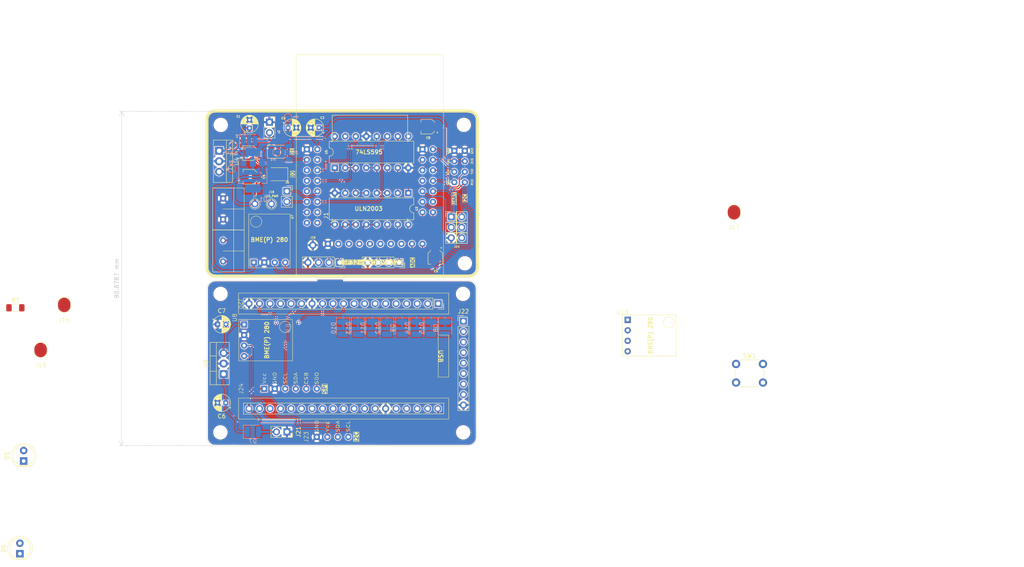
<source format=kicad_pcb>
(kicad_pcb (version 20240108) (generator "pcbnew") (generator_version "8.0")
  (layers (0 "F.Cu" signal) (31 "B.Cu" signal) (34 "B.Paste" user) (35 "F.Paste" user) (36 "B.SilkS" user "B.Silkscreen") (37 "F.SilkS" user "F.Silkscreen") (38 "B.Mask" user) (39 "F.Mask" user) (44 "Edge.Cuts" user))
  (net 0 "")
  (net 1 "GND")
  (net 2 "+3V3")
  (net 3 "+5V")
  (net 4 "/RXD")
  (net 5 "/TXD")
  (net 6 "/SDA")
  (net 7 "/GPIO_33")
  (net 8 "/SCL")
  (net 9 "/OUT3")
  (net 10 "/EN")
  (net 11 "/SOURCE2")
  (net 12 "/SOURCE1")
  (net 13 "/SOURCE3")
  (net 14 "/VDC")
  (net 15 "/DAC1")
  (net 16 "/DAC2")
  (net 17 "/GPIO39")
  (net 18 "/GPIO19")
  (net 19 "/GPIO17")
  (net 20 "/GPIO5")
  (net 21 "/GPIO18")
  (net 22 "/SD_DATA0")
  (net 23 "/ADC2_CH3")
  (net 24 "/SD_DATA3")
  (net 25 "/SD_CMD")
  (net 26 "/SD_CLK")
  (net 27 "/SD_DATA2")
  (net 28 "/SD_DATA1")
  (net 29 "/ADC2_CH0")
  (net 30 "/GPIO23")
  (net 31 "/GPIO36")
  (net 32 "/ADC2_CH2")
  (net 33 "/BOOT")
  (net 34 "/GPIO13")
  (net 35 "/SOURCE4")
  (net 36 "/SOURCE5")
  (net 37 "/SIPO_DATA")
  (net 38 "/SIPO_CLK")
  (net 40 "/SIPO_LATCH")
  (net 41 "/GPIO14")
  (net 43 "/I3")
  (net 44 "/I6")
  (net 45 "/I7")
  (net 46 "/I5")
  (net 47 "/OUT1")
  (net 48 "/VIN")
  (net 49 "/I1")
  (net 52 "Net-(D5-Pad1)")
  (net 53 "Net-(J15-Pin_1)")
  (net 54 "Net-(J19-Pin_1)")
  (net 55 "/OUT2")
  (net 67 "/RX")
  (net 72 "/TX")
  (net 83 "/SCL-2")
  (net 84 "/SDA-2")
  (net 85 "/QB-2")
  (net 86 "/QC-2")
  (net 87 "/QE-2")
  (net 88 "/QA-2")
  (net 89 "/QD-2")
  (net 90 "/QG-2")
  (net 91 "/QH-2")
  (net 92 "/QF-2")
  (net 93 "/O8")
  (net 94 "/O3")
  (net 95 "/O5")
  (net 96 "/O7")
  (net 97 "/O1")
  (net 98 "/O4")
  (net 99 "/O2")
  (net 100 "/O6")
  (net 101 "/SPI-SDO")
  (net 102 "/SPI-CSB")
  (net 103 "/SPI-SCL")
  (net 104 "/SPI-SDA")
  (net 105 "/D23")
  (net 106 "/D18")
  (footprint "Capacitor_THT:CP_Radial_D4.0mm_P2.00mm" (layer "F.Cu") (at 107 44.2 180)
    (property "Reference" "C2")
    (property "Value" "1uF")
  )
  (footprint "LED_SMD:LED_1210_3225Metric_Pad1.42x2.65mm_HandSolder" (layer "F.Cu") (at 97 55.45 180)
    (property "Reference" "D2")
    (property "Value" "STATUS")
  )
  (footprint "Capacitor_SMD:CP_Elec_3x5.3" (layer "F.Cu") (at 90.3 50.35 180)
    (property "Reference" "C4")
    (property "Value" "0.1uF")
  )
  (footprint "Resistor_SMD:R_1206_3216Metric_Pad1.30x1.75mm_HandSolder" (layer "F.Cu") (at 33.612 87.7585)
    (property "Reference" "R7")
    (property "Value" "4K7")
  )
  (footprint "LED_THT:LED_D5.0mm" (layer "F.Cu") (at 34.7 147.25 90)
    (property "Reference" "D6")
    (property "Value" "LED_STATUS")
  )
  (footprint "Button_Switch_THT:SW_PUSH_6mm" (layer "F.Cu") (at 207.8 101.35)
    (property "Reference" "SW1")
    (property "Value" "SW_Push")
  )
  (footprint "Alexander Footprint Library:Pad_1x01_P2.54_SMD" (layer "F.Cu") (at 39.712 102.098)
    (property "Reference" "J19")
    (property "Value" "LED_PWR")
  )
  (footprint "Alexanddr Footprints Library:ESP32-WROOM-Adapter-Socket-2" (layer "F.Cu") (at 119.3 57.04)
    (property "Reference" "J1")
    (property "Value" "~")
  )
  (footprint "Alexander Footprint Library:Pad_1x01_P2.54_SMD" (layer "F.Cu") (at 45.412 91.198)
    (property "Reference" "J15")
    (property "Value" "LED_PWR")
  )
  (footprint "MountingHole:MountingHole_3mm" (layer "F.Cu") (at 142 43.5)
    (property "Reference" "H1" (hide yes))
    (property "Value" "MountingHole_Pad")
  )
  (footprint "Connector_PinSocket_2.54mm:PinSocket_1x02_P2.54mm_Vertical" (layer "F.Cu") (at 99.25 117.775 -90)
    (property "Reference" "J21")
    (property "Value" "PWR")
  )
  (footprint "MountingHole:MountingHole_3mm" (layer "F.Cu") (at 83.25 43.53)
    (property "Reference" "H2" (hide yes))
    (property "Value" "MountingHole_Pad")
  )
  (footprint "Package_DIP:DIP-16_W7.62mm" (layer "F.Cu") (at 128.58 60 -90)
    (property "Reference" "U3")
    (property "Value" "ULN2003")
  )
  (footprint "Alexander Footprints Library:Conn_Terminal_5mm" (layer "F.Cu") (at 83.82 53.69)
    (property "Reference" "J9" (hide yes))
    (property "Value" "Conn_01x02_Socket")
  )
  (footprint "Alexander Footprint Library:Pad_1x01_P2.54_SMD" (layer "F.Cu") (at 207.3 68.7895)
    (property "Reference" "J17")
    (property "Value" "GND")
  )
  (footprint "MountingHole:MountingHole_3mm" (layer "F.Cu") (at 141.85 117.9)
    (property "Reference" "H4" (hide yes))
    (property "Value" "MountingHole_Pad")
  )
  (footprint "Capacitor_THT:CP_Radial_D4.0mm_P2.00mm" (layer "F.Cu") (at 82.5 91.75)
    (property "Reference" "C7")
    (property "Value" "1uF")
  )
  (footprint "Capacitor_SMD:CP_Elec_3x5.3" (layer "F.Cu") (at 90.4 56.05 180)
    (property "Reference" "C9")
    (property "Value" "0.1uF")
  )
  (footprint "Package_DIP:DIP-16_W7.62mm" (layer "F.Cu") (at 110.8 53.9 90)
    (property "Reference" "U5")
    (property "Value" "74LS595")
  )
  (footprint "Alexander Footprint Library:PinSocket_1x01_P2.54" (layer "F.Cu") (at 91.5 65.19)
    (property "Reference" "J7")
    (property "Value" "LED_PWR")
  )
  (footprint "Connector_PinHeader_2.54mm:PinHeader_1x09_P2.54mm_Vertical" (layer "F.Cu") (at 141.9 90.97)
    (property "Reference" "J22")
    (property "Value" "Conn_01x09_Pin")
  )
  (footprint "Alexander Footprint Library:Conn_SPI" (layer "F.Cu") (at 88.68 107.35 90)
    (property "Reference" "J24")
    (property "Value" "~")
  )
  (footprint "Connector_PinSocket_2.54mm:PinSocket_1x02_P2.54mm_Vertical" (layer "F.Cu") (at 95.025 42.85)
    (property "Reference" "J2")
    (property "Value" "PWR")
  )
  (footprint "Connector_PinSocket_2.54mm:PinSocket_1x04_P2.54mm_Vertical" (layer "F.Cu") (at 111.94 76.8 -90)
    (property "Reference" "J6")
    (property "Value" "SOURCE")
  )
  (footprint "MountingHole:MountingHole_3mm" (layer "F.Cu") (at 83.15 117.9)
    (property "Reference" "H4" (hide yes))
    (property "Value" "MountingHole_Pad")
  )
  (footprint "Connector_PinSocket_2.54mm:PinSocket_1x04_P2.54mm_Vertical" (layer "F.Cu") (at 126.38 76.8 -90)
    (property "Reference" "J10" (hide yes))
    (property "Value" "ADC")
  )
  (footprint "Capacitor_SMD:CP_Elec_3x5.3" (layer "F.Cu") (at 135.1 75.45 -90)
    (property "Reference" "C5")
    (property "Value" "0.1uF")
  )
  (footprint "MountingHole:MountingHole_3mm" (layer "F.Cu") (at 141.8 84.4)
    (property "Reference" "H4" (hide yes))
    (property "Value" "MountingHole_Pad")
  )
  (footprint "Capacitor_THT:CP_Radial_D4.0mm_P2.00mm" (layer "F.Cu") (at 99.5 44.2)
    (property "Reference" "C3")
    (property "Value" "1uF")
  )
  (footprint "Alexander Footprint Library:Conn_ESP32_WROOM-DevKit-38pins" (layer "F.Cu") (at 87.54 86.75 -90)
    (property "Reference" "J20")
    (property "Value" "~")
  )
  (footprint "Capacitor_SMD:CP_Elec_3x5.3" (layer "F.Cu") (at 133.4 43.95 180)
    (property "Reference" "C8")
    (property "Value" "10uF")
  )
  (footprint "Alexander Footprint Library:LD1117" (layer "F.Cu") (at 83.945 103.79 90)
    (property "Reference" "U9")
    (property "Value" "L7805")
  )
  (footprint "Alexander Footprint Library:PinSocket_1x01_P2.54" (layer "F.Cu") (at 95.5 65.19)
    (property "Reference" "J18")
    (property "Value" "LED_PWR")
  )
  (footprint "Alexander Footprint Library:Conn_I2C" (layer "F.Cu") (at 98.84 119 90)
    (property "Reference" "J23")
    (property "Value" "I2C")
  )
  (footprint "Capacitor_THT:CP_Radial_D4.0mm_P2.00mm" (layer "F.Cu") (at 84.4726 110.75 180)
    (property "Reference" "C6")
    (property "Value" "1uF")
  )
  (footprint "Alexander Footprint Library:BME280_BMP280_I2C" (layer "F.Cu") (at 180.3 89.45)
    (property "Reference" "U10")
    (property "Value" "BME(P)280")
  )
  (footprint "MountingHole:MountingHole_3mm" (layer "F.Cu") (at 83.2 84.4)
    (property "Reference" "H4" (hide yes))
    (property "Value" "MountingHole_Pad")
  )
  (footprint "Connector_PinSocket_2.54mm:PinSocket_1x02_P2.54mm_Vertical" (layer "F.Cu") (at 99.225 59.55)
    (property "Reference" "J5")
    (property "Value" "DAC")
  )
  (footprint "Alexander Footprint Library:CONN_2x3" (layer "F.Cu") (at 138.96 60.68)
    (property "Reference" "J14")
    (property "Value" "GPIO")
  )
  (footprint "Alexander Footprints Library:Conn_UART" (layer "F.Cu") (at 139.7 42.15)
    (property "Reference" "J3" (hide yes))
    (property "Value" "UART")
  )
  (footprint "Alexander Footprint Library:PinSocket_1x01_P2.54" (layer "F.Cu") (at 105.5 75.19)
    (property "Reference" "J16")
    (property "Value" "GND")
  )
  (footprint "Capacitor_THT:CP_Radial_D4.0mm_P2.00mm" (layer "F.Cu") (at 90.2 44.3 90)
    (property "Reference" "C1")
    (property "Value" "1uF")
  )
  (footprint "Alexander Footprint Library:BME280_BMP280_I2C" (layer "F.Cu") (at 90 78.1 90)
    (property "Reference" "U7")
    (property "Value" "BME(P)280")
  )
  (footprint "Alexander Footprint Library:LD1117" (layer "F.Cu") (at 82.855 49.77 -90)
    (property "Reference" "U4")
    (property "Value" "L7805")
  )
  (footprint "Alexander Footprints Library:Conn_I2C" (layer "F.Cu") (at 142.24 42.15)
    (property "Reference" "J4" (hide yes))
    (property "Value" "I2C")
  )
  (footprint "LED_THT:LED_D5.0mm" (layer "F.Cu") (at 35.612 124.8335 90)
    (property "Reference" "D5")
    (property "Value" "LED_PWR")
  )
  (footprint "Alexander Footprint Library:BME280_BMP280_I2C" (layer "F.Cu") (at 87.6 90.59)
    (property "Reference" "U8")
    (property "Value" "BME(P)280")
  )
  (footprint "LED_SMD:LED_1210_3225Metric_Pad1.42x2.65mm_HandSolder" (layer "F.Cu") (at 97 50)
    (property "Reference" "D1")
    (property "Value" "PWR")
  )
  (footprint "MountingHole:MountingHole_3mm" (layer "F.Cu") (at 142.25 77)
    (property "Reference" "H4" (hide yes))
    (property "Value" "MountingHole_Pad")
  )
  (footprint "Alexander Footprints Library:Conn_Terminal_5mm" (layer "F.Cu") (at 83.82 63.85)
    (property "Reference" "J8" (hide yes))
    (property "Value" "Conn_01x02_Socket")
  )
  (footprint "TestPoint:TestPoint_Pad_D1.5mm" (layer "B.Cu") (at 99.5 41.75 180)
    (property "Reference" "TP4")
    (property "Value" "5V")
  )
  (footprint "LED_SMD:LED_1210_3225Metric_Pad1.42x2.65mm_HandSolder" (layer "B.Cu") (at 127.1 92.65 -90)
    (property "Reference" "D9")
    (property "Value" "PWR")
  )
  (footprint "TestPoint:TestPoint_Pad_D1.5mm" (layer "B.Cu") (at 96.8 50.15 180)
    (property "Reference" "TP3")
    (property "Value" "3V3")
  )
  (footprint "LED_SMD:LED_1210_3225Metric_Pad1.42x2.65mm_HandSolder" (layer "B.Cu") (at 119.9 92.65 -90)
    (property "Reference" "D11")
    (property "Value" "PWR")
  )
  (footprint "Diode_SMD:D_1210_3225Metric" (layer "B.Cu") (at 91 117.75)
    (property "Reference" "D7")
    (property "Value" "D")
  )
  (footprint "LED_SMD:LED_1210_3225Metric_Pad1.42x2.65mm_HandSolder" (layer "B.Cu") (at 134.1 92.65 -90)
    (property "Reference" "D15")
    (property "Value" "PWR")
  )
  (footprint "Resistor_SMD:R_1206_3216Metric_Pad1.30x1.75mm_HandSolder" (layer "B.Cu") (at 99.7 50.25 -90)
    (property "Reference" "R1")
    (property "Value" "10K")
  )
  (footprint "Diode_SMD:D_1210_3225Metric" (layer "B.Cu") (at 90.1 47.4)
    (property "Reference" "D4")
    (property "Value" "D")
  )
  (footprint "LED_SMD:LED_1210_3225Metric_Pad1.42x2.65mm_HandSolder" (layer "B.Cu") (at 130.6 92.65 -90)
    (property "Reference" "D14")
    (property "Value" "PWR")
  )
  (footprint "TestPoint:TestPoint_Pad_D1.5mm" (layer "B.Cu") (at 86.2 48.45 180)
    (property "Reference" "TP1")
    (property "Value" "VIN")
  )
  (footprint "LED_SMD:LED_1210_3225Metric_Pad1.42x2.65mm_HandSolder" (layer "B.Cu") (at 123.5 92.65 -90)
    (property "Reference" "D12")
    (property "Value" "PWR")
  )
  (footprint "TestPoint:TestPoint_Pad_D1.5mm" (layer "B.Cu") (at 85.9 54.15 180)
    (property "Reference" "TP2")
    (property "Value" "GND")
  )
  (footprint "LED_SMD:LED_1210_3225Metric_Pad1.42x2.65mm_HandSolder" (layer "B.Cu") (at 116.4 92.65 -90)
    (property "Reference" "D13")
    (property "Value" "PWR")
  )
  (footprint "LED_SMD:LED_1210_3225Metric_Pad1.42x2.65mm_HandSolder" (layer "B.Cu") (at 112.8 92.65 -90)
    (property "Reference" "D10")
    (property "Value" "PWR")
  )
  (footprint "Package_TO_SOT_SMD:SOT-223-3_TabPin2" (layer "B.Cu") (at 91 55.75 -90)
    (property "Reference" "U1")
    (property "Value" "MAX1726EUK33")
  )
  (footprint "LED_SMD:LED_1210_3225Metric_Pad1.42x2.65mm_HandSolder" (layer "B.Cu") (at 137.5 92.65 -90)
    (property "Reference" "D8")
    (property "Value" "PWR")
  )
  (gr_line (start 145.25 42.11421) (end 145.25 78.085782) (stroke (width 0.75)) (layer "F.SilkS"))
  (gr_line (start 81.914218 40.164218) (end 143.08579 40.164218) (stroke (width 0.75)) (layer "F.SilkS"))
  (gr_arc (start 145.25 78.085782) (mid 144.66422 79.500007) (end 143.25 80.085782) (stroke (width 0.75)) (layer "F.SilkS"))
  (gr_line (start 79.914218 42.11421) (end 79.914218 78.085782) (stroke (width 0.75)) (layer "F.SilkS"))
  (gr_arc (start 81.914218 80.085782) (mid 80.499999 79.500001) (end 79.914218 78.085782) (stroke (width 0.75)) (layer "F.SilkS"))
  (gr_arc (start 143.25 40.25) (mid 144.664214 40.835786) (end 145.25 42.25) (stroke (width 0.75)) (layer "F.SilkS"))
  (gr_arc (start 79.914218 42.164218) (mid 80.499999 40.749999) (end 81.914218 40.164218) (stroke (width 0.75)) (layer "F.SilkS"))
  (gr_line (start 81.914214 80.085782) (end 143.085786 80.085782) (stroke (width 0.75)) (layer "F.SilkS"))
  (gr_line (start 82.014214 80.235786) (end 106.4 80.25) (stroke (width 0.1)) (layer "Edge.Cuts"))
  (gr_line (start 80 42.25) (end 80.014214 78.235786) (stroke (width 0.1)) (layer "Edge.Cuts"))
  (gr_arc (start 79.921321 83.157107) (mid 80.507106 81.742896) (end 81.921321 81.157107) (stroke (width 0.1)) (layer "Edge.Cuts"))
  (gr_line (start 81.921321 121.128679) (end 143.107107 121.142893) (stroke (width 0.1)) (layer "Edge.Cuts"))
  (gr_arc (start 81.921321 121.128679) (mid 80.507101 120.542899) (end 79.921321 119.128679) (stroke (width 0.1)) (layer "Edge.Cuts"))
  (gr_line (start 143.092893 81.157107) (end 113 81.15) (stroke (width 0.1)) (layer "Edge.Cuts"))
  (gr_arc (start 145.107107 119.142893) (mid 144.521321 120.557107) (end 143.107107 121.142893) (stroke (width 0.1)) (layer "Edge.Cuts"))
  (gr_line (start 106.4 81.15) (end 81.921321 81.157107) (stroke (width 0.1)) (layer "Edge.Cuts"))
  (gr_arc (start 143.185786 40.264214) (mid 144.600004 40.849996) (end 145.185786 42.264214) (stroke (width 0.1)) (layer "Edge.Cuts"))
  (gr_line (start 113 80.25) (end 143.185786 80.235786) (stroke (width 0.1)) (layer "Edge.Cuts"))
  (gr_arc (start 82.014214 80.235786) (mid 80.599996 79.650004) (end 80.014214 78.235786) (stroke (width 0.1)) (layer "Edge.Cuts"))
  (gr_line (start 145.185786 42.264214) (end 145.185786 78.235786) (stroke (width 0.1)) (layer "Edge.Cuts"))
  (gr_arc (start 80 42.25) (mid 80.585786 40.835786) (end 82 40.25) (stroke (width 0.1)) (layer "Edge.Cuts"))
  (gr_line (start 145.107107 119.142893) (end 145.092893 83.157107) (stroke (width 0.1)) (layer "Edge.Cuts"))
  (gr_line (start 79.921321 119.128679) (end 79.921321 83.157107) (stroke (width 0.1)) (layer "Edge.Cuts"))
  (gr_line (start 106.4 81.15) (end 106.4 80.25) (stroke (width 0.1)) (layer "Edge.Cuts"))
  (gr_arc (start 145.185786 78.235786) (mid 144.600004 79.650004) (end 143.185786 80.235786) (stroke (width 0.1)) (layer "Edge.Cuts"))
  (gr_arc (start 143.092893 81.157107) (mid 144.507112 81.742888) (end 145.092893 83.157107) (stroke (width 0.1)) (layer "Edge.Cuts"))
  (gr_line (start 113 81.15) (end 113 80.25) (stroke (width 0.1)) (layer "Edge.Cuts"))
  (gr_line (start 143.185786 40.264214) (end 82 40.25) (stroke (width 0.1)) (layer "Edge.Cuts"))
  (gr_text "ADC" (at 130.1 78.05 90) (layer "F.SilkS" knockout) (effects (font (size 0.8 0.8) (thickness 0.2) (bold yes)) (justify left bottom)))
  (gr_text "74LS595" (at 119.057143 50.1 0) (layer "F.SilkS") (effects (font (size 1 1) (thickness 0.2) (bold yes))))
  (gr_text "ULN2003" (at 115.5 64.374 0) (layer "F.SilkS") (effects (font (size 1 1) (thickness 0.2) (bold yes)) (justify left bottom)))
  (dimension (type aligned) (layer "Edge.Cuts") (pts (xy 81.921321 121.128679) (xy 82 40.25)) (height -22.6907) (gr_text "80.8787 mm" (at 58.119973 80.666146 89.94426182) (layer "Edge.Cuts") (effects (font (size 1 1) (thickness 0.15)))) (format (prefix "") (suffix "") (units 3) (units_format 1) (precision 4)) (style (thickness 0.1) (arrow_length 1.27) (text_position_mode 0) (extension_height 0.58642) (extension_offset 0.5) keep_text_aligned))
  (segment (start 84.21 66) (end 83.82 66.39) (width 0.5) (layer "F.Cu") (net 1))
  (segment (start 91.5 59.65) (end 91.9 59.25) (width 0.5) (layer "F.Cu") (net 2))
  (segment (start 90.08 108.57) (end 90.08 112.15) (width 0.5) (layer "F.Cu") (net 2))
  (segment (start 139.7 52.31) (end 138.56 52.31) (width 0.25) (layer "F.Cu") (net 2))
  (segment (start 91.3 107.35) (end 90.08 108.57) (width 0.5) (layer "F.Cu") (net 2))
  (segment (start 91.9 59.25) (end 91.9 56.05) (width 0.5) (layer "F.Cu") (net 2))
  (segment (start 137.2 43.95) (end 134.9 43.95) (width 0.25) (layer "F.Cu") (net 2))
  (segment (start 138.56 52.31) (end 137.6 51.35) (width 0.25) (layer "F.Cu") (net 2))
  (segment (start 93.76 107.35) (end 91.3 107.35) (width 0.5) (layer "F.Cu") (net 2))
  (segment (start 91.5 62.62) (end 91.5 59.65) (width 0.5) (layer "F.Cu") (net 2))
  (segment (start 137.6 51.35) (end 137.6 44.35) (width 0.25) (layer "F.Cu") (net 2))
  (segment (start 137.6 44.35) (end 137.2 43.95) (width 0.25) (layer "F.Cu") (net 2))
  (segment (start 96.075 48.7) (end 97.525 48.7) (width 0.5) (layer "B.Cu") (net 2))
  (segment (start 109.408578 44.2) (end 107 44.2) (width 0.5) (layer "B.Cu") (net 2))
  (segment (start 93.21 115.25) (end 101 115.25) (width 0.5) (layer "B.Cu") (net 2))
  (segment (start 81.3 75.997918) (end 81.3 59.75104) (width 0.5) (layer "B.Cu") (net 2))
  (segment (start 93.3 54.905025) (end 93.3 52.6) (width 0.5) (layer "B.Cu") (net 2))
  (segment (start 100 48.7) (end 100 48.03033) (width 0.5) (layer "B.Cu") (net 2))
  (segment (start 139.13 52.31) (end 139.7 52.31) (width 0.5) (layer "B.Cu") (net 2))
  (segment (start 138.156949 51.906949) (end 138.03 51.78) (width 0.5) (layer "B.Cu") (net 2))
  (segment (start 109 117.5) (end 109 119) (width 0.5) (layer "B.Cu") (net 2))
  (segment (start 106.6 48.627817) (end 106.6 49.299791) (width 0.5) (layer "B.Cu") (net 2))
  (segment (start 84.202081 78.9) (end 89.990883 78.9) (width 0.5) (layer "B.Cu") (net 2))
  (segment (start 109.75 45) (end 109.75 44.141421) (width 0.5) (layer "B.Cu") (net 2))
  (segment (start 109.75 43.858578) (end 109.75 44.141421) (width 0.5) (layer "B.Cu") (net 2))
  (segment (start 104.722182 46.75) (end 106.277817 46.75) (width 0.5) (layer "B.Cu") (net 2))
  (segment (start 139.7 52.31) (end 142.24 52.31) (width 0.5) (layer "B.Cu") (net 2))
  (segment (start 137.5 50.500466) (end 137.5 43.883883) (width 0.5) (layer "B.Cu") (net 2))
  (segment (start 88.207106 62.75) (end 91.5 62.75) (width 0.5) (layer "B.Cu") (net 2))
  (segment (start 86.5 61.042893) (end 86.5 57.5) (width 0.5) (layer "B.Cu") (net 2))
  (segment (start 106.277817 46.75) (end 108 46.75) (width 0.5) (layer "B.Cu") (net 2))
  (segment (start 101 115.25) (end 102.5 116.75) (width 0.5) (layer "B.Cu") (net 2))
  (segment (start 91.22 77.670883) (end 91.22 76.8) (width 0.5) (layer "B.Cu") (net 2))
  (segment (start 89.455634 56.1) (end 92.105025 56.1) (width 0.5) (layer "B.Cu") (net 2))
  (segment (start 96.075 48.7) (end 95.177817 48.7) (width 0.5) (layer "B.Cu") (net 2))
  (segment (start 90.11 112.15) (end 93.21 115.25) (width 0.5) (layer "B.Cu") (net 2))
  (segment (start 108.25 116.75) (end 109 117.5) (width 0.5) (layer "B.Cu") (net 2))
  (segment (start 104.722182 46.75) (end 101.28033 46.75) (width 0.5) (layer "B.Cu") (net 2))
  (segment (start 108 46.75) (end 109.75 45) (width 0.5) (layer "B.Cu") (net 2))
  (segment (start 96.8 49.425) (end 96.8 50.15) (width 0.25) (layer "B.Cu") (net 2))
  (segment (start 109.75 43.625) (end 109.75 43.858578) (width 0.5) (layer "B.Cu") (net 2))
  (segment (start 110.015165 42.984834) (end 110.5 42.5) (width 0.5) (layer "B.Cu") (net 2))
  (segment (start 93.3 52.6) (end 93.3 50.577817) (width 0.5) (layer "B.Cu") (net 2))
  (segment (start 82.75104 58.3) (end 84.144365 58.3) (width 0.5) (layer "B.Cu") (net 2))
  (segment (start 106.685 49.335) (end 106.77 49.25) (width 0.5) (layer "B.Cu") (net 2))
  (segment (start 102.5 116.75) (end 108.25 116.75) (width 0.5) (layer "B.Cu") (net 2))
  (segment (start 112.31066 41.75) (end 135.366116 41.75) (width 0.5) (layer "B.Cu") (net 2))
  (segment (start 100 48.7) (end 97.525 48.7) (width 0.5) (layer "B.Cu") (net 2))
  (arc (start 136.875 42.375) (mid 137.337567 43.067281) (end 137.5 43.883883) (width 0.5) (layer "B.Cu") (net 2))
  (arc (start 137.5 50.500466) (mid 137.637742 51.192944) (end 138.03 51.78) (width 0.5) (layer "B.Cu") (net 2))
  (arc (start 93.3 54.905025) (mid 93.209037 55.362322) (end 92.95 55.75) (width 0.5) (layer "B.Cu") (net 2))
  (arc (start 86.8 57.2) (mid 85.581584 58.014119) (end 84.144365 58.3) (width 0.5) (layer "B.Cu") (net 2))
  (arc (start 106.6 49.299791) (mid 106.630737 49.345793) (end 106.685 49.335) (width 0.5) (layer "B.Cu") (net 2))
  (arc (start 89.455634 56.1) (mid 88.018415 56.38588) (end 86.8 57.2) (width 0.5) (layer "B.Cu") (net 2))
  (arc (start 86.5 61.042893) (mid 86.629945 61.696174) (end 87 62.25) (width 0.5) (layer "B.Cu") (net 2))
  (arc (start 82.75104 58.3) (mid 82.195751 58.410453) (end 81.725 58.725) (width 0.5) (layer "B.Cu") (net 2))
  (arc (start 92.95 55.75) (mid 92.562322 56.009037) (end 92.105025 56.1) (width 0.5) (layer "B.Cu") (net 2))
  (arc (start 95.177817 48.7) (mid 94.459207 48.84294) (end 93.85 49.25) (width 0.5) (layer "B.Cu") (net 2))
  (arc (start 96.8 49.425) (mid 96.587652 48.912347) (end 96.075 48.7) (width 0.25) (layer "B.Cu") (net 2))
  (arc (start 82.15 78.05) (mid 83.091502 78.679092) (end 84.202081 78.9) (width 0.5) (layer "B.Cu") (net 2))
  (arc (start 110.015165 42.984834) (mid 109.818914 43.278544) (end 109.75 43.625) (width 0.5) (layer "B.Cu") (net 2))
  (arc (start 109.75 44.141421) (mid 109.713838 44.087301) (end 109.65 44.1) (width 0.5) (layer "B.Cu") (net 2))
  (arc (start 136.875 42.375) (mid 136.182718 41.912432) (end 135.366116 41.75) (width 0.5) (layer "B.Cu") (net 2))
  (arc (start 93.85 49.25) (mid 93.44294 49.859207) (end 93.3 50.577817) (width 0.5) (layer "B.Cu") (net 2))
  (arc (start 90.86 78.54) (mid 90.461245 78.806439) (end 89.990883 78.9) (width 0.5) (layer "B.Cu") (net 2))
  (arc (start 109.65 44.1) (mid 109.539234 44.17401) (end 109.408578 44.2) (width 0.5) (layer "B.Cu") (net 2))
  (arc (start 87 62.25) (mid 87.553825 62.620054) (end 88.207106 62.75) (width 0.5) (layer "B.Cu") (net 2))
  (arc (start 81.725 58.725) (mid 81.410453 59.195751) (end 81.3 59.75104) (width 0.5) (layer "B.Cu") (net 2))
  (arc (start 106.05 47.3) (mid 105.440792 46.89294) (end 104.722182 46.75) (width 0.5) (layer "B.Cu") (net 2))
  (arc (start 138.156949 51.906949) (mid 138.603388 52.20525) (end 139.13 52.31) (width 0.5) (layer "B.Cu") (net 2))
  (arc (start 101.28033 46.75) (mid 100.790368 46.847459) (end 100.375 47.125) (width 0.5) (layer "B.Cu") (net 2))
  (arc (start 106.05 47.3) (mid 106.457059 47.909207) (end 106.6 48.627817) (width 0.5) (layer "B.Cu") (net 2))
  (arc (start 106.277817 46.75) (mid 105.980159 46.948888) (end 106.05 47.3) (width 0.5) (layer "B.Cu") (net 2))
  (arc (start 91.22 77.670883) (mid 91.126439 78.141245) (end 90.86 78.54) (width 0.5) (layer "B.Cu") (net 2))
  (arc (start 109.65 44.1) (mid 109.72401 43.989234) (end 109.75 43.858578) (width 0.5) (layer "B.Cu") (net 2))
  (arc (start 112.31066 41.75) (mid 111.330737 41.944918) (end 110.5 42.5) (width 0.5) (layer "B.Cu") (net 2))
  (arc (start 100.375 47.125) (mid 100.097459 47.540368) (end 100 48.03033) (width 0.5) (layer "B.Cu") (net 2))
  (arc (start 81.3 75.997918) (mid 81.520907 77.108496) (end 82.15 78.05) (width 0.5) (layer "B.Cu") (net 2))
  (segment (start 99.5 45.693413) (end 99.5 44.2) (width 0.5) (layer "F.Cu") (net 3))
  (segment (start 87.75 115.25) (end 135.25 115.25) (width 0.5) (layer "F.Cu") (net 3))
  (segment (start 98.6375 46.9625) (end 99.2125 46.3875) (width 0.5) (layer "F.Cu") (net 3))
  (segment (start 83.945 98.71) (end 86.21 98.71) (width 0.5) (layer "F.Cu") (net 3))
  (segment (start 86.75 99.25) (end 86.75 100) (width 0.5) (layer "F.Cu") (net 3))
  (segment (start 126.04 46.28) (end 126.04 48.251906) (width 0.5) (layer "F.Cu") (net 3))
  (segment (start 108.3 49.803553) (end 108.3 65.537329) (width 0.5) (layer "F.Cu") (net 3))
  (segment (start 108.3 49.803553) (end 108.3 49.096446) (width 0.5) (layer "F.Cu") (net 3))
  (segment (start 135.81 114.69) (end 135.81 112.15) (width 0.5) (layer "F.Cu") (net 3))
  (segment (start 110.8 46.28) (end 110.8 48.15) (width 0.5) (layer "F.Cu") (net 3))
  (segment (start 86.75 114.25) (end 87.75 115.25) (width 0.5) (layer "F.Cu") (net 3))
  (segment (start 86.75 100) (end 86.75 114.25) (width 0.5) (layer "F.Cu") (net 3))
  (segment (start 110.8 48.15) (end 110 48.95) (width 0.5) (layer "F.Cu") (net 3))
  (segment (start 88.1 47.25) (end 97.943413 47.25) (width 0.5) (layer "F.Cu") (net 3))
  (segment (start 84.9 54.85) (end 85.4 54.35) (width 0.5) (layer "F.Cu") (net 3))
  (segment (start 126.04 48.251906) (end 125.341906 48.95) (width 0.5) (layer "F.Cu") (net 3))
  (segment (start 85.4 54.35) (end 85.4 49.95) (width 0.5) (layer "F.Cu") (net 3))
  (segment (start 107.608621 46.675) (end 99.331586 46.675) (width 0.5) (layer "F.Cu") (net 3))
  (segment (start 110 48.95) (end 109.153553 48.95) (width 0.5) (layer "F.Cu") (net 3))
  (segment (start 86.21 98.71) (end 86.75 99.25) (width 0.5) (layer "F.Cu") (net 3))
  (segment (start 108.3 49.096446) (end 108.3 47.366378) (width 0.5) (layer "F.Cu") (net 3))
  (segment (start 109.104574 67.204574) (end 108.91 67.01) (width 0.5) (layer "F.Cu") (net 3))
  (segment (start 110.8 46.355) (end 110.725 46.28) (width 0.5) (layer "F.Cu") (net 3))
  (segment (start 135.25 115.25) (end 135.81 114.69) (width 0.5) (layer "F.Cu") (net 3))
  (segment (start 110.1075 67.62) (end 110.695 67.62) (width 0.5) (layer "F.Cu") (net 3))
  (segment (start 82.855 54.85) (end 84.9 54.85) (width 0.5) (layer "F.Cu") (net 3))
  (segment (start 85.4 49.95) (end 88.1 47.25) (width 0.5) (layer "F.Cu") (net 3))
  (segment (start 125.341906 48.95) (end 110 48.95) (width 0.5) (layer "F.Cu") (net 3))
  (arc (start 108.0975 46.8775) (mid 108.247371 47.101799) (end 108.3 47.366378) (width 0.5) (layer "F.Cu") (net 3))
  (arc (start 108.3 65.537329) (mid 108.458533 66.334332) (end 108.91 67.01) (width 0.5) (layer "F.Cu") (net 3))
  (arc (start 97.943413 47.25) (mid 98.31905 47.175281) (end 98.6375 46.9625) (width 0.5) (layer "F.Cu") (net 3))
  (arc (start 99.2125 46.3875) (mid 99.175992 46.571035) (end 99.331586 46.675) (width 0.5) (layer "F.Cu") (net 3))
  (arc (start 108.0975 46.8775) (mid 107.8732 46.727628) (end 107.608621 46.675) (width 0.5) (layer "F.Cu") (net 3))
  (arc (start 109.104574 67.204574) (mid 109.56472 67.512034) (end 110.1075 67.62) (width 0.5) (layer "F.Cu") (net 3))
  (arc (start 108.55 49.2) (mid 108.364972 49.476912) (end 108.3 49.803553) (width 0.5) (layer "F.Cu") (net 3))
  (arc (start 108.3 49.096446) (mid 108.390403 49.231745) (end 108.55 49.2) (width 0.5) (layer "F.Cu") (net 3))
  (arc (start 99.331586 46.675) (mid 98.955949 46.749718) (end 98.6375 46.9625) (width 0.5) (layer "F.Cu") (net 3))
  (arc (start 109.153553 48.95) (mid 108.826912 49.014972) (end 108.55 49.2) (width 0.5) (layer "F.Cu") (net 3))
  (arc (start 99.5 45.693413) (mid 99.425281 46.06905) (end 99.2125 46.3875) (width 0.5) (layer "F.Cu") (net 3))
  (segment (start 83.945 97.305) (end 84.5 96.75) (width 0.5) (layer "B.Cu") (net 3))
  (segment (start 84.5 94.05) (end 84.5 91.75) (width 0.5) (layer "B.Cu") (net 3))
  (segment (start 88.9 91.81) (end 86.74 91.81) (width 0.5) (layer "B.Cu") (net 3))
  (segment (start 83.945 98.71) (end 83.945 97.305) (width 0.5) (layer "B.Cu") (net 3))
  (segment (start 86.74 91.81) (end 84.5 94.05) (width 0.5) (layer "B.Cu") (net 3))
  (segment (start 84.5 96.75) (end 84.5 94.05) (width 0.5) (layer "B.Cu") (net 3))
  (segment (start 99.5 42.25) (end 99.5 44.2) (width 0.25) (layer "B.Cu") (net 3))
  (segment (start 139.7 57.35) (end 139.7 57.39) (width 0.25) (layer "F.Cu") (net 4))
  (segment (start 133.25 53.25) (end 135.6 53.25) (width 0.25) (layer "F.Cu") (net 4))
  (segment (start 135.6 53.25) (end 139.7 57.35) (width 0.25) (layer "F.Cu") (net 4))
  (segment (start 132 54.5) (end 133.25 53.25) (width 0.25) (layer "F.Cu") (net 4))
  (segment (start 140.3 57.45) (end 139.3 57.45) (width 0.25) (layer "F.Cu") (net 4))
  (segment (start 136.61 51.96) (end 134.54 51.96) (width 0.25) (layer "F.Cu") (net 5))
  (segment (start 134.74 51.79) (end 134.62 51.91) (width 0.25) (layer "F.Cu") (net 5))
  (segment (start 139.5 54.85) (end 136.61 51.96) (width 0.25) (layer "F.Cu") (net 5))
  (segment (start 139.7 54.85) (end 139.5 54.85) (width 0.25) (layer "F.Cu") (net 5))
  (segment (start 138.59 58.55) (end 140.4 58.55) (width 0.25) (layer "F.Cu") (net 6))
  (segment (start 136.213604 54.5) (end 138 56.286396) (width 0.25) (layer "F.Cu") (net 6))
  (segment (start 138 57.96) (end 138.59 58.55) (width 0.25) (layer "F.Cu") (net 6))
  (segment (start 140.9 56.19) (end 142.24 54.85) (width 0.25) (layer "F.Cu") (net 6))
  (segment (start 140.9 58.05) (end 140.9 56.19) (width 0.25) (layer "F.Cu") (net 6))
  (segment (start 134.54 54.5) (end 136.213604 54.5) (width 0.25) (layer "F.Cu") (net 6))
  (segment (start 138 56.286396) (end 138 57.96) (width 0.25) (layer "F.Cu") (net 6))
  (segment (start 142.24 54.85) (end 142.24 55.51) (width 0.25) (layer "F.Cu") (net 6))
  (segment (start 140.4 58.55) (end 140.9 58.05) (width 0.25) (layer "F.Cu") (net 6))
  (segment (start 141.79 58.74) (end 141 57.95) (width 0.25) (layer "B.Cu") (net 6))
  (segment (start 140.418198 72.781802) (end 143.281802 72.781802) (width 0.25) (layer "B.Cu") (net 6))
  (segment (start 98.84 76.8) (end 98.84 78.09) (width 0.25) (layer "B.Cu") (net 6))
  (segment (start 143.55 64.45) (end 141.79 62.69) (width 0.25) (layer "B.Cu") (net 6))
  (segment (start 134.55 78.65) (end 140.418198 72.781802) (width 0.25) (layer "B.Cu") (net 6))
  (segment (start 141.79 62.69) (end 141.79 58.74) (width 0.25) (layer "B.Cu") (net 6))
  (segment (start 141 56.09) (end 142.24 54.85) (width 0.25) (layer "B.Cu") (net 6))
  (segment (start 98.84 78.09) (end 99.4 78.65) (width 0.25) (layer "B.Cu") (net 6))
  (segment (start 99.4 78.65) (end 134.55 78.65) (width 0.25) (layer "B.Cu") (net 6))
  (segment (start 143.281802 72.781802) (end 143.55 72.513604) (width 0.25) (layer "B.Cu") (net 6))
  (segment (start 143.55 72.513604) (end 143.55 64.45) (width 0.25) (layer "B.Cu") (net 6))
  (segment (start 141 57.95) (end 141 56.09) (width 0.25) (layer "B.Cu") (net 6))
  (segment (start 103.97 59.53) (end 104.14 59.53) (width 0.25) (layer "F.Cu") (net 7))
  (segment (start 137.55 58.146396) (end 138.403604 59) (width 0.25) (layer "F.Cu") (net 8))
  (segment (start 131.5 55.75) (end 136.75 55.75) (width 0.25) (layer "F.Cu") (net 8))
  (segment (start 140.63 59) (end 142.24 57.39) (width 0.25) (layer "F.Cu") (net 8))
  (segment (start 136.75 55.75) (end 137.55 56.55) (width 0.25) (layer "F.Cu") (net 8))
  (segment (start 137.55 56.55) (end 137.55 58.146396) (width 0.25) (layer "F.Cu") (net 8))
  (segment (start 130.745 54.995) (end 131.5 55.75) (width 0.25) (layer "F.Cu") (net 8))
  (segment (start 130.745 53.245) (end 130.745 54.995) (width 0.25) (layer "F.Cu") (net 8))
  (segment (start 132.08 51.91) (end 130.745 53.245) (width 0.25) (layer "F.Cu") (net 8))
  (segment (start 138.403604 59) (end 140.63 59) (width 0.25) (layer "F.Cu") (net 8))
  (segment (start 143.4 73.3) (end 144 72.7) (width 0.25) (layer "B.Cu") (net 8))
  (segment (start 96.95 79.1) (end 134.8 79.1) (width 0.25) (layer "B.Cu") (net 8))
  (segment (start 96.3 76.8) (end 96.3 78.45) (width 0.25) (layer "B.Cu") (net 8))
  (segment (start 144 72.7) (end 144 64.263604) (width 0.25) (layer "B.Cu") (net 8))
  (segment (start 142.24 62.503604) (end 142.24 57.39) (width 0.25) (layer "B.Cu") (net 8))
  (segment (start 96.3 78.45) (end 96.95 79.1) (width 0.25) (layer "B.Cu") (net 8))
  (segment (start 134.8 79.1) (end 140.6 73.3) (width 0.25) (layer "B.Cu") (net 8))
  (segment (start 144 64.263604) (end 142.24 62.503604) (width 0.25) (layer "B.Cu") (net 8))
  (segment (start 140.6 73.3) (end 143.4 73.3) (width 0.25) (layer "B.Cu") (net 8))
  (segment (start 103.27 52.75) (end 104.06 51.96) (width 0.25) (layer "F.Cu") (net 10))
  (segment (start 91.8 52.25) (end 92.3 52.75) (width 0.25) (layer "F.Cu") (net 10))
  (segment (start 92.3 52.75) (end 103.27 52.75) (width 0.25) (layer "F.Cu") (net 10))
  (segment (start 103.72 52.3) (end 104.06 51.96) (width 0.25) (layer "F.Cu") (net 10))
  (segment (start 91.8 50.35) (end 91.8 52.25) (width 0.25) (layer "F.Cu") (net 10))
  (segment (start 100 51.8) (end 103.9 51.8) (width 0.25) (layer "B.Cu") (net 10))
  (segment (start 103.9 51.8) (end 104.06 51.96) (width 0.25) (layer "B.Cu") (net 10))
  (segment (start 113.235 67.62) (end 115.775 67.62) (width 0.5) (layer "F.Cu") (net 11))
  (segment (start 99 73.1) (end 102.7 69.4) (width 0.5) (layer "F.Cu") (net 11))
  (segment (start 86.37 71.47) (end 88 73.1) (width 0.5) (layer "F.Cu") (net 11))
  (segment (start 102.7 69.4) (end 111.455 69.4) (width 0.5) (layer "F.Cu") (net 11))
  (segment (start 88 73.1) (end 99 73.1) (width 0.5) (layer "F.Cu") (net 11))
  (segment (start 83.82 71.47) (end 86.37 71.47) (width 0.5) (layer "F.Cu") (net 11))
  (segment (start 111.455 69.4) (end 113.235 67.62) (width 0.5) (layer "F.Cu") (net 11))
  (segment (start 86.275 76.55) (end 88.075 74.75) (width 0.5) (layer "F.Cu") (net 12))
  (segment (start 104.4 70.1) (end 115.835 70.1) (width 0.5) (layer "F.Cu") (net 12))
  (segment (start 99.75 74.75) (end 104.4 70.1) (width 0.5) (layer "F.Cu") (net 12))
  (segment (start 118.315 67.62) (end 120.855 67.62) (width 0.5) (layer "F.Cu") (net 12))
  (segment (start 83.82 76.55) (end 86.275 76.55) (width 0.5) (layer "F.Cu") (net 12))
  (segment (start 115.835 70.1) (end 118.315 67.62) (width 0.5) (layer "F.Cu") (net 12))
  (segment (start 88.075 74.75) (end 99.75 74.75) (width 0.5) (layer "F.Cu") (net 12))
  (segment (start 128.475 67.62) (end 128.475 68.825) (width 0.25) (layer "F.Cu") (net 13))
  (segment (start 125.7 72.8) (end 124.55 73.95) (width 0.25) (layer "F.Cu") (net 13))
  (segment (start 111.94 75.26) (end 111.94 76.8) (width 0.25) (layer "F.Cu") (net 13))
  (segment (start 124.55 73.95) (end 118.622792 73.95) (width 0.25) (layer "F.Cu") (net 13))
  (segment (start 128.475 68.825) (end 125.7 71.6) (width 0.25) (layer "F.Cu") (net 13))
  (segment (start 125.7 71.6) (end 125.7 72.8) (width 0.25) (layer "F.Cu") (net 13))
  (segment (start 117.872792 74.7) (end 112.5 74.7) (width 0.25) (layer "F.Cu") (net 13))
  (segment (start 112.5 74.7) (end 111.94 75.26) (width 0.25) (layer "F.Cu") (net 13))
  (segment (start 118.622792 73.95) (end 117.872792 74.7) (width 0.25) (layer "F.Cu") (net 13))
  (segment (start 96.71 117.775) (end 92.425 117.775) (width 0.5) (layer "B.Cu") (net 14))
  (segment (start 92.425 117.775) (end 92.4 117.75) (width 0.5) (layer "B.Cu") (net 14))
  (segment (start 95.025 46.674479) (end 95.025 45.39) (width 0.5) (layer "B.Cu") (net 14))
  (segment (start 94.299479 47.4) (end 91.5 47.4) (width 0.5) (layer "B.Cu") (net 14))
  (arc (start 95.025 46.674479) (mid 94.969773 46.952124) (end 94.8125 47.1875) (width 0.5) (layer "B.Cu") (net 14))
  (arc (start 94.8125 47.1875) (mid 94.577124 47.344773) (end 94.299479 47.4) (width 0.5) (layer "B.Cu") (net 14))
  (segment (start 105.38 60.8) (end 106.6 59.58) (width 0.25) (layer "B.Cu") (net 15))
  (segment (start 99.225 59.55) (end 101.8 59.55) (width 0.25) (layer "B.Cu") (net 15))
  (segment (start 103.05 60.8) (end 105.38 60.8) (width 0.25) (layer "B.Cu") (net 15))
  (segment (start 101.8 59.55) (end 103.05 60.8) (width 0.25) (layer "B.Cu") (net 15))
  (segment (start 99.225 62.09) (end 100.97 62.09) (width 0.25) (layer "B.Cu") (net 16))
  (segment (start 100.97 62.09) (end 101 62.12) (width 0.25) (layer "B.Cu") (net 16))
  (segment (start 104.03 62.09) (end 104.06 62.12) (width 0.25) (layer "B.Cu") (net 16))
  (segment (start 104.06 62.12) (end 101 62.12) (width 0.25) (layer "B.Cu") (net 16))
  (segment (start 141.5 68.3) (end 140.2 67) (width 0.25) (layer "B.Cu") (net 18))
  (segment (start 136.69 56.99) (end 134.62 56.99) (width 0.25) (layer "B.Cu") (net 18))
  (segment (start 140.2 60.5) (end 136.69 56.99) (width 0.25) (layer "B.Cu") (net 18))
  (segment (start 140.2 67) (end 140.2 60.5) (width 0.25) (layer "B.Cu") (net 18))
  (segment (start 141.5 70.84) (end 140.16 69.5) (width 0.25) (layer "B.Cu") (net 19))
  (segment (start 137.7 69.5) (end 137.1 68.9) (width 0.25) (layer "B.Cu") (net 19))
  (segment (start 140.16 69.5) (end 137.7 69.5) (width 0.25) (layer "B.Cu") (net 19))
  (segment (start 137.1 68.9) (end 137.1 63.84) (width 0.25) (layer "B.Cu") (net 19))
  (segment (start 133.41 63.4) (end 132.08 62.07) (width 0.25) (layer "B.Cu") (net 19))
  (segment (start 137.1 63.84) (end 136.66 63.4) (width 0.25) (layer "B.Cu") (net 19))
  (segment (start 136.66 63.4) (end 133.41 63.4) (width 0.25) (layer "B.Cu") (net 19))
  (segment (start 138.96 65.76) (end 138.96 60.61) (width 0.25) (layer "B.Cu") (net 20))
  (segment (start 137.88 59.53) (end 134.62 59.53) (width 0.25) (layer "B.Cu") (net 20))
  (segment (start 138.96 60.61) (end 137.88 59.53) (width 0.25) (layer "B.Cu") (net 20))
  (segment (start 133.35 60.8) (end 132.08 59.53) (width 0.25) (layer "B.Cu") (net 21))
  (segment (start 138.96 68.3) (end 137.6 66.94) (width 0.25) (layer "B.Cu") (net 21))
  (segment (start 136.75 60.8) (end 133.35 60.8) (width 0.25) (layer "B.Cu") (net 21))
  (segment (start 137.6 66.94) (end 137.6 61.65) (width 0.25) (layer "B.Cu") (net 21))
  (segment (start 137.6 61.65) (end 136.75 60.8) (width 0.25) (layer "B.Cu") (net 21))
  (segment (start 128.85 74.05) (end 129.46 73.44) (width 0.25) (layer "F.Cu") (net 23))
  (segment (start 125.722792 74.05) (end 128.85 74.05) (width 0.25) (layer "F.Cu") (net 23))
  (segment (start 129.46 73.44) (end 129.46 72.28) (width 0.25) (layer "F.Cu") (net 23))
  (segment (start 123.84 76.8) (end 123.84 75.56) (width 0.25) (layer "F.Cu") (net 23))
  (segment (start 123.84 75.56) (end 124.55 74.85) (width 0.25) (layer "F.Cu") (net 23))
  (segment (start 124.922792 74.85) (end 125.722792 74.05) (width 0.25) (layer "F.Cu") (net 23))
  (segment (start 124.55 74.85) (end 124.922792 74.85) (width 0.25) (layer "F.Cu") (net 23))
  (segment (start 121.3 75.2) (end 122.1 74.4) (width 0.25) (layer "F.Cu") (net 29))
  (segment (start 124.736396 74.4) (end 125.536396 73.6) (width 0.25) (layer "F.Cu") (net 29))
  (segment (start 125.536396 73.6) (end 127.5 73.6) (width 0.25) (layer "F.Cu") (net 29))
  (segment (start 132 67.2) (end 132 64.66) (width 0.25) (layer "F.Cu") (net 29))
  (segment (start 127.5 73.6) (end 128.2 72.9) (width 0.25) (layer "F.Cu") (net 29))
  (segment (start 128.2 71) (end 132 67.2) (width 0.25) (layer "F.Cu") (net 29))
  (segment (start 122.1 74.4) (end 124.736396 74.4) (width 0.25) (layer "F.Cu") (net 29))
  (segment (start 128.2 72.9) (end 128.2 71) (width 0.25) (layer "F.Cu") (net 29))
  (segment (start 121.3 76.8) (end 121.3 75.2) (width 0.25) (layer "F.Cu") (net 29))
  (segment (start 141.34 60.89) (end 137.95 57.5) (width 0.25) (layer "B.Cu") (net 30))
  (segment (start 136.4 51.7) (end 136.4 49.9) (width 0.25) (layer "B.Cu") (net 30))
  (segment (start 141.34 62.876396) (end 141.34 60.89) (width 0.25) (layer "B.Cu") (net 30))
  (segment (start 137.95 53.25) (end 136.4 51.7) (width 0.25) (layer "B.Cu") (net 30))
  (segment (start 135.1 49.85) (end 134.62 49.37) (width 0.25) (layer "B.Cu") (net 30))
  (segment (start 136.4 49.9) (end 135.92 49.42) (width 0.25) (layer "B.Cu") (net 30))
  (segment (start 135.92 49.42) (end 134.54 49.42) (width 0.25) (layer "B.Cu") (net 30))
  (segment (start 141.5 63.036396) (end 141.34 62.876396) (width 0.25) (layer "B.Cu") (net 30))
  (segment (start 137.95 57.5) (end 137.95 53.25) (width 0.25) (layer "B.Cu") (net 30))
  (segment (start 141.5 65.76) (end 141.5 63.036396) (width 0.25) (layer "B.Cu") (net 30))
  (segment (start 126.38 75.12) (end 127 74.5) (width 0.25) (layer "F.Cu") (net 32))
  (segment (start 132 73.9) (end 132 72.28) (width 0.25) (layer "F.Cu") (net 32))
  (segment (start 127 74.5) (end 131.4 74.5) (width 0.25) (layer "F.Cu") (net 32))
  (segment (start 131.4 74.5) (end 132 73.9) (width 0.25) (layer "F.Cu") (net 32))
  (segment (start 126.38 76.8) (end 126.38 75.12) (width 0.25) (layer "F.Cu") (net 32))
  (segment (start 135.1 66.4) (end 135.1 73.95) (width 0.25) (layer "F.Cu") (net 33))
  (segment (start 134.77 64.89) (end 134.54 64.66) (width 0.25) (layer "F.Cu") (net 33))
  (segment (start 134.54 65.84) (end 135.1 66.4) (width 0.25) (layer "F.Cu") (net 33))
  (segment (start 134.5 64.7) (end 134.54 64.66) (width 0.25) (layer "F.Cu") (net 33))
  (segment (start 134.54 64.66) (end 134.54 65.84) (width 0.25) (layer "F.Cu") (net 33))
  (segment (start 125.935 67.62) (end 125.935 68.865) (width 0.25) (layer "F.Cu") (net 35))
  (segment (start 117.686396 74.25) (end 110.25 74.25) (width 0.25) (layer "F.Cu") (net 35))
  (segment (start 118.436396 73.5) (end 117.686396 74.25) (width 0.25) (layer "F.Cu") (net 35))
  (segment (start 109.4 75.1) (end 109.4 76.8) (width 0.25) (layer "F.Cu") (net 35))
  (segment (start 125.935 68.865) (end 123.2 71.6) (width 0.25) (layer "F.Cu") (net 35))
  (segment (start 123.2 72.7) (end 122.4 73.5) (width 0.25) (layer "F.Cu") (net 35))
  (segment (start 123.2 71.6) (end 123.2 72.7) (width 0.25) (layer "F.Cu") (net 35))
  (segment (start 122.4 73.5) (end 118.436396 73.5) (width 0.25) (layer "F.Cu") (net 35))
  (segment (start 110.25 74.25) (end 109.4 75.1) (width 0.25) (layer "F.Cu") (net 35))
  (segment (start 123.395 69.405) (end 121.9 70.9) (width 0.25) (layer "F.Cu") (net 36))
  (segment (start 118.1 73.2) (end 117.5 73.8) (width 0.25) (layer "F.Cu") (net 36))
  (segment (start 106.86 74.84) (end 106.86 76.8) (width 0.25) (layer "F.Cu") (net 36))
  (segment (start 121.9 70.9) (end 118.7 70.9) (width 0.25) (layer "F.Cu") (net 36))
  (segment (start 118.1 71.5) (end 118.1 73.2) (width 0.25) (layer "F.Cu") (net 36))
  (segment (start 123.395 67.62) (end 123.395 69.405) (width 0.25) (layer "F.Cu") (net 36))
  (segment (start 107.9 73.8) (end 106.86 74.84) (width 0.25) (layer "F.Cu") (net 36))
  (segment (start 118.7 70.9) (end 118.1 71.5) (width 0.25) (layer "F.Cu") (net 36))
  (segment (start 117.5 73.8) (end 107.9 73.8) (width 0.25) (layer "F.Cu") (net 36))
  (segment (start 115.88 47.77) (end 115.35 48.3) (width 0.25) (layer "B.Cu") (net 37))
  (segment (start 114.1 48.95) (end 114.1 51.65) (width 0.25) (layer "B.Cu") (net 37))
  (segment (start 108.5 52.85) (end 108.5 53.9925) (width 0.25) (layer "B.Cu") (net 37))
  (segment (start 115.35 48.3) (end 114.75 48.3) (width 0.25) (layer "B.Cu") (net 37))
  (segment (start 109.1 52.25) (end 108.5 52.85) (width 0.25) (layer "B.Cu") (net 37))
  (segment (start 113.5 52.25) (end 109.1 52.25) (width 0.25) (layer "B.Cu") (net 37))
  (segment (start 115.88 46.28) (end 115.88 47.77) (width 0.25) (layer "B.Cu") (net 37))
  (segment (start 108.5 53.9925) (end 107.9925 54.5) (width 0.25) (layer "B.Cu") (net 37))
  (segment (start 114.75 48.3) (end 114.1 48.95) (width 0.25) (layer "B.Cu") (net 37))
  (segment (start 114.1 51.65) (end 113.5 52.25) (width 0.25) (layer "B.Cu") (net 37))
  (segment (start 107.9925 54.5) (end 106.6 54.5) (width 0.25) (layer "B.Cu") (net 37))
  (segment (start 123.425 46.28) (end 122.25 47.455) (width 0.25) (layer "B.Cu") (net 38))
  (segment (start 121.38 62.12) (end 106.6 62.12) (width 0.25) (layer "B.Cu") (net 38))
  (segment (start 122.25 61.25) (end 121.38 62.12) (width 0.25) (layer "B.Cu") (net 38))
  (segment (start 122.25 47.455) (end 122.25 61.25) (width 0.25) (layer "B.Cu") (net 38))
  (segment (start 120.885 48.165) (end 120.885 46.28) (width 0.25) (layer "B.Cu") (net 40))
  (segment (start 106.6 57.04) (end 113.96 57.04) (width 0.25) (layer "B.Cu") (net 40))
  (segment (start 114.6 49.336396) (end 115.186396 48.75) (width 0.25) (layer "B.Cu") (net 40))
  (segment (start 113.96 57.04) (end 114.6 56.4) (width 0.25) (layer "B.Cu") (net 40))
  (segment (start 114.6 56.4) (end 114.6 49.336396) (width 0.25) (layer "B.Cu") (net 40))
  (segment (start 115.186396 48.75) (end 120.3 48.75) (width 0.25) (layer "B.Cu") (net 40))
  (segment (start 120.3 48.75) (end 120.885 48.165) (width 0.25) (layer "B.Cu") (net 40))
  (segment (start 104.06 64.66) (end 103.2 64.66) (width 0.25) (layer "F.Cu") (net 41))
  (segment (start 103.2 64.66) (end 103.11 64.66) (width 0.25) (layer "F.Cu") (net 41))
  (segment (start 95.5 54.8625) (end 95.5125 54.85) (width 0.25) (layer "F.Cu") (net 41))
  (segment (start 95.5 62.75) (end 95.5 64.15) (width 0.25) (layer "F.Cu") (net 41))
  (segment (start 95.5 55.4625) (end 95.5125 55.45) (width 0.25) (layer "F.Cu") (net 41))
  (segment (start 95.5 62.62) (end 95.5 55.4625) (width 0.25) (layer "F.Cu") (net 41))
  (segment (start 96.01 64.66) (end 103.2 64.66) (width 0.25) (layer "F.Cu") (net 41))
  (segment (start 95.5 64.15) (end 96.01 64.66) (width 0.25) (layer "F.Cu") (net 41))
  (segment (start 126.04 58.29) (end 126.04 60) (width 0.25) (layer "F.Cu") (net 43))
  (segment (start 123.5 53.9) (end 123.5 55.75) (width 0.25) (layer "F.Cu") (net 43))
  (segment (start 123.5 55.75) (end 126.04 58.29) (width 0.25) (layer "F.Cu") (net 43))
  (segment (start 126.04 55.79) (end 128.58 58.33) (width 0.25) (layer "F.Cu") (net 44))
  (segment (start 128.58 58.33) (end 128.58 60) (width 0.25) (layer "F.Cu") (net 44))
  (segment (start 126.04 53.9) (end 126.04 55.79) (width 0.25) (layer "F.Cu") (net 44))
  (segment (start 115.88 60) (end 118.42 60) (width 0.25) (layer "F.Cu") (net 45))
  (segment (start 113.34 53.9) (end 115.88 53.9) (width 0.25) (layer "F.Cu") (net 45))
  (segment (start 115.88 53.9) (end 115.88 60) (width 0.25) (layer "F.Cu") (net 45))
  (segment (start 120.96 53.9) (end 120.96 60) (width 0.25) (layer "F.Cu") (net 46))
  (segment (start 118.42 53.9) (end 120.96 53.9) (width 0.25) (layer "F.Cu") (net 46))
  (segment (start 120.96 60) (end 123.5 60) (width 0.25) (layer "F.Cu") (net 46))
  (segment (start 89.5 46.25) (end 87.71 46.25) (width 0.5) (layer "F.Cu") (net 48))
  (segment (start 87.71 46.25) (end 84.19 49.77) (width 0.5) (layer "F.Cu") (net 48))
  (segment (start 90.2 45.55) (end 89.5 46.25) (width 0.5) (layer "F.Cu") (net 48))
  (segment (start 84.19 49.77) (end 82.855 49.77) (width 0.5) (layer "F.Cu") (net 48))
  (segment (start 90.2 44.3) (end 90.2 45.55) (width 0.5) (layer "F.Cu") (net 48))
  (segment (start 88.7 50.546446) (end 88.7 51.253553) (width 0.5) (layer "B.Cu") (net 48))
  (segment (start 84.4726 112.4726) (end 84.4726 109.5) (width 0.5) (layer "B.Cu") (net 48))
  (segment (start 88.7 45.153553) (end 88.7 47.4) (width 0.5) (layer "B.Cu") (net 48))
  (segment (start 86.2 49.11) (end 86.2 48.45) (width 0.25) (layer "B.Cu") (net 48))
  (segment (start 88.45 50.65) (end 88.2 50.4) (width 0.5) (layer "B.Cu") (net 48))
  (segment (start 88.7 50.546446) (end 88.7 47.4) (width 0.5) (layer "B.Cu") (net 48))
  (segment (start 84.4726 107.0826) (end 83.945 106.555) (width 0.5) (layer "B.Cu") (net 48))
  (segment (start 83.945 106.555) (end 83.945 103.79) (width 0.5) (layer "B.Cu") (net 48))
  (segment (start 88.45 50.65) (end 88.054368 50.254368) (width 0.5) (layer "B.Cu") (net 48))
  (segment (start 87.5 117.75) (end 87 117.25) (width 0.5) (layer "B.Cu") (net 48))
  (segment (start 89.553553 44.3) (end 90.2 44.3) (width 0.5) (layer "B.Cu") (net 48))
  (segment (start 84.4726 109.5) (end 84.4726 107.0826) (width 0.5) (layer "B.Cu") (net 48))
  (segment (start 88.7 51.253553) (end 88.7 52.6) (width 0.5) (layer "B.Cu") (net 48))
  (segment (start 89.6 117.75) (end 87.5 117.75) (width 0.5) (layer "B.Cu") (net 48))
  (segment (start 87 117.25) (end 87 115) (width 0.5) (layer "B.Cu") (net 48))
  (segment (start 87 115) (end 84.4726 112.4726) (width 0.5) (layer "B.Cu") (net 48))
  (segment (start 86.86 49.77) (end 85.54 49.77) (width 0.5) (layer "B.Cu") (net 48))
  (segment (start 86.885 49.77) (end 86.86 49.77) (width 0.5) (layer "B.Cu") (net 48))
  (segment (start 85.54 49.77) (end 82.855 49.77) (width 0.5) (layer "B.Cu") (net 48))
  (arc (start 89.553553 44.3) (mid 89.226912 44.364972) (end 88.95 44.55) (width 0.5) (layer "B.Cu") (net 48))
  (arc (start 86.2 49.11) (mid 86.393309 49.57669) (end 86.86 49.77) (width 0.25) (layer "B.Cu") (net 48))
  (arc (start 88.7 51.253553) (mid 88.635027 50.926912) (end 88.45 50.65) (width 0.5) (layer "B.Cu") (net 48))
  (arc (start 88.45 50.65) (mid 88.45 50.65) (end 88.45 50.65) (width 0.5) (layer "B.Cu") (net 48))
  (arc (start 88.45 50.65) (mid 88.609596 50.681745) (end 88.7 50.546446) (width 0.5) (layer "B.Cu") (net 48))
  (arc (start 88.054368 50.254368) (mid 87.517857 49.895883) (end 86.885 49.77) (width 0.5) (layer "B.Cu") (net 48))
  (arc (start 88.95 44.55) (mid 88.764972 44.826912) (end 88.7 45.153553) (width 0.5) (layer "B.Cu") (net 48))
  (segment (start 113.34 57.84) (end 113.34 60) (width 0.25) (layer "F.Cu") (net 49))
  (segment (start 110.8 53.9) (end 110.8 55.3) (width 0.25) (layer "F.Cu") (net 49))
  (segment (start 110.8 55.3) (end 113.34 57.84) (width 0.25) (layer "F.Cu") (net 49))
  (segment (start 90.56 96.89) (end 88.9 96.89) (width 0.25) (layer "F.Cu") (net 83))
  (segment (start 92.413604 89.7) (end 90.9 91.213604) (width 0.25) (layer "F.Cu") (net 83))
  (segment (start 95.16 86.75) (end 95.16 89.19) (width 0.25) (layer "F.Cu") (net 83))
  (segment (start 90.9 91.213604) (end 90.9 96.55) (width 0.25) (layer "F.Cu") (net 83))
  (segment (start 95.19 86.75) (end 95.16 86.75) (width 0.25) (layer "F.Cu") (net 83))
  (segment (start 90.9 96.55) (end 90.56 96.89) (width 0.25) (layer "F.Cu") (net 83))
  (segment (start 94.65 89.7) (end 92.413604 89.7) (width 0.25) (layer "F.Cu") (net 83))
  (segment (start 95.16 89.19) (end 94.65 89.7) (width 0.25) (layer "F.Cu") (net 83))
  (segment (start 90.9 97.25) (end 90.9 109.15) (width 0.25) (layer "B.Cu") (net 83))
  (segment (start 95.4 109.55) (end 96.5 110.65) (width 0.25) (layer "B.Cu") (net 83))
  (segment (start 113.75 117.25) (end 114.08 117.58) (width 0.25) (layer "B.Cu") (net 83))
  (segment (start 88.9 96.89) (end 90.54 96.89) (width 0.25) (layer "B.Cu") (net 83))
  (segment (start 96.5 113.425) (end 97.3 114.225) (width 0.25) (layer "B.Cu") (net 83))
  (segment (start 97.3 114.225) (end 101.475 114.225) (width 0.25) (layer "B.Cu") (net 83))
  (segment (start 109.225 115.725) (end 109.75 116.25) (width 0.25) (layer "B.Cu") (net 83))
  (segment (start 101.475 114.225) (end 102.975 115.725) (width 0.25) (layer "B.Cu") (net 83))
  (segment (start 109.75 116.25) (end 110.886396 116.25) (width 0.25) (layer "B.Cu") (net 83))
  (segment (start 102.975 115.725) (end 109.225 115.725) (width 0.25) (layer "B.Cu") (net 83))
  (segment (start 96.5 110.65) (end 96.5 113.425) (width 0.25) (layer "B.Cu") (net 83))
  (segment (start 111.886396 117.25) (end 113.75 117.25) (width 0.25) (layer "B.Cu") (net 83))
  (segment (start 90.9 109.15) (end 91.3 109.55) (width 0.25) (layer "B.Cu") (net 83))
  (segment (start 90.54 96.89) (end 90.9 97.25) (width 0.25) (layer "B.Cu") (net 83))
  (segment (start 110.886396 116.25) (end 111.886396 117.25) (width 0.25) (layer "B.Cu") (net 83))
  (segment (start 91.3 109.55) (end 95.4 109.55) (width 0.25) (layer "B.Cu") (net 83))
  (segment (start 114.08 117.58) (end 114.08 119) (width 0.25) (layer "B.Cu") (net 83))
  (segment (start 90.6 97.486396) (end 90.6 98.85) (width 0.25) (layer "F.Cu") (net 84))
  (segment (start 90.02 99.43) (end 88.9 99.43) (width 0.25) (layer "F.Cu") (net 84))
  (segment (start 102.81 86.75) (end 99.41 90.15) (width 0.25) (layer "F.Cu") (net 84))
  (segment (start 91.35 91.4) (end 91.35 96.736396) (width 0.25) (layer "F.Cu") (net 84))
  (segment (start 99.41 90.15) (end 92.6 90.15) (width 0.25) (layer "F.Cu") (net 84))
  (segment (start 91.35 96.736396) (end 90.6 97.486396) (width 0.25) (layer "F.Cu") (net 84))
  (segment (start 90.6 98.85) (end 90.02 99.43) (width 0.25) (layer "F.Cu") (net 84))
  (segment (start 92.6 90.15) (end 91.35 91.4) (width 0.25) (layer "F.Cu") (net 84))
  (segment (start 102.75 116.175) (end 109.038604 116.175) (width 0.25) (layer "B.Cu") (net 84))
  (segment (start 94.925 114.675) (end 101.25 114.675) (width 0.25) (layer "B.Cu") (net 84))
  (segment (start 89.98 99.43) (end 90.42 99.87) (width 0.25) (layer "B.Cu") (net 84))
  (segment (start 91.1 110.05) (end 93.2 110.05) (width 0.25) (layer "B.Cu") (net 84))
  (segment (start 109.613604 116.75) (end 110.75 116.75) (width 0.25) (layer "B.Cu") (net 84))
  (segment (start 90.42 99.87) (end 90.42 109.37) (width 0.25) (layer "B.Cu") (net 84))
  (segment (start 93.9 113.65) (end 94.925 114.675) (width 0.25) (layer "B.Cu") (net 84))
  (segment (start 109.038604 116.175) (end 109.613604 116.75) (width 0.25) (layer "B.Cu") (net 84))
  (segment (start 93.2 110.05) (end 93.9 110.75) (width 0.25) (layer "B.Cu") (net 84))
  (segment (start 101.25 114.675) (end 102.75 116.175) (width 0.25) (layer "B.Cu") (net 84))
  (segment (start 90.42 109.37) (end 91.1 110.05) (width 0.25) (layer "B.Cu") (net 84))
  (segment (start 93.9 110.75) (end 93.9 113.65) (width 0.25) (layer "B.Cu") (net 84))
  (segment (start 111.54 117.54) (end 111.54 119) (width 0.25) (layer "B.Cu") (net 84))
  (segment (start 110.75 116.75) (end 111.54 117.54) (width 0.25) (layer "B.Cu") (net 84))
  (segment (start 88.9 99.43) (end 89.98 99.43) (width 0.25) (layer "B.Cu") (net 84))
  (segment (start 141.9 103.65) (end 141.9 103.67) (width 0.25) (layer "F.Cu") (net 96))
  (segment (start 141.86 106.21) (end 141.9 106.21) (width 0.25) (layer "F.Cu") (net 100))
  (segment (start 97.6 94.85) (end 97.6 93.85) (width 0.25) (layer "F.Cu") (net 101))
  (segment (start 107.86 92.79) (end 107.86 86.75) (width 0.25) (layer "F.Cu") (net 101))
  (segment (start 106.46 103.71) (end 97.6 94.85) (width 0.25) (layer "F.Cu") (net 101))
  (segment (start 106.46 107.35) (end 106.46 103.71) (width 0.25) (layer "F.Cu") (net 101))
  (segment (start 107.3 93.35) (end 107.86 92.79) (width 0.25) (layer "F.Cu") (net 101))
  (segment (start 97.6 93.85) (end 98.1 93.35) (width 0.25) (layer "F.Cu") (net 101))
  (segment (start 98.1 93.35) (end 107.3 93.35) (width 0.25) (layer "F.Cu") (net 101))
  (segment (start 102.1 91.25) (end 101.3 92.05) (width 0.25) (layer "F.Cu") (net 102))
  (segment (start 101.3 92.05) (end 97.8 92.05) (width 0.25) (layer "F.Cu") (net 102))
  (segment (start 97.15 95.036396) (end 103.92 101.806396) (width 0.25) (layer "F.Cu") (net 102))
  (segment (start 97.8 92.05) (end 97.15 92.7) (width 0.25) (layer "F.Cu") (net 102))
  (segment (start 97.15 92.7) (end 97.15 95.036396) (width 0.25) (layer "F.Cu") (net 102))
  (segment (start 103.92 101.806396) (end 103.92 107.35) (width 0.25) (layer "F.Cu") (net 102))
  (via (at 102.1 91.25) (size 0.8) (drill 0.4) (layers "F.Cu" "B.Cu") (net 102))
  (segment (start 104 89.35) (end 112.2 89.35) (width 0.25) (layer "B.Cu") (net 102))
  (segment (start 102.1 91.25) (end 104 89.35) (width 0.25) (layer "B.Cu") (net 102))
  (segment (start 112.2 89.35) (end 112.94 88.61) (width 0.25) (layer "B.Cu") (net 102))
  (segment (start 112.94 88.61) (end 112.94 86.75) (width 0.25) (layer "B.Cu") (net 102))
  (segment (start 98.84 96.11) (end 98.84 107.35) (width 0.25) (layer "B.Cu") (net 103))
  (segment (start 109.8 88.85) (end 100.2 88.85) (width 0.25) (layer "B.Cu") (net 103))
  (segment (start 110.4 86.75) (end 110.4 88.25) (width 0.25) (layer "B.Cu") (net 103))
  (segment (start 100.2 88.85) (end 99.5 89.55) (width 0.25) (layer "B.Cu") (net 103))
  (segment (start 99.5 89.55) (end 99.5 95.45) (width 0.25) (layer "B.Cu") (net 103))
  (segment (start 110.4 88.25) (end 109.8 88.85) (width 0.25) (layer "B.Cu") (net 103))
  (segment (start 99.5 95.45) (end 98.84 96.11) (width 0.25) (layer "B.Cu") (net 103))
  (segment (start 96.7 91.35) (end 96.7 95.222792) (width 0.25) (layer "F.Cu") (net 104))
  (segment (start 96.7 95.222792) (end 101.38 99.902792) (width 0.25) (layer "F.Cu") (net 104))
  (segment (start 101.38 99.902792) (end 101.38 107.35) (width 0.25) (layer "F.Cu") (net 104))
  (via (at 96.7 91.35) (size 0.8) (drill 0.4) (layers "F.Cu" "B.Cu") (net 104))
  (segment (start 96.7 91.35) (end 96.7 89.65) (width 0.25) (layer "B.Cu") (net 104))
  (segment (start 93.1 89.15) (end 92.62 88.67) (width 0.25) (layer "B.Cu") (net 104))
  (segment (start 96.2 89.15) (end 93.1 89.15) (width 0.25) (layer "B.Cu") (net 104))
  (segment (start 92.62 88.67) (end 92.62 86.75) (width 0.25) (layer "B.Cu") (net 104))
  (segment (start 96.7 89.65) (end 96.2 89.15) (width 0.25) (layer "B.Cu") (net 104))
  (zone (net 1) (net_name "GND") (layer "F.Cu") (priority 1) (connect_pads (clearance 0)) (min_thickness 0.25) (fill yes (thermal_gap 0.5) (thermal_bridge_width 0.5))
    (polygon (pts (xy 80 40.25) (xy 80.3 80.35) (xy 145.55 80.35) (xy 145.25 40.25)))
  )
  (zone (net 1) (net_name "GND") (layer "F.Cu") (priority 2) (connect_pads (clearance 0)) (min_thickness 0.25) (fill yes (thermal_gap 0.5) (thermal_bridge_width 0.5))
    (polygon (pts (xy 79.8 121.45) (xy 145.7 121.45) (xy 145.2 80.95) (xy 79.5 80.95)))
  )
  (zone (net 1) (net_name "GND") (layer "B.Cu") (connect_pads (clearance 0)) (min_thickness 0.25) (fill yes (thermal_gap 0.5) (thermal_bridge_width 0.5))
    (polygon (pts (xy 80 40.25) (xy 145.2 40.25) (xy 145.4 80.45) (xy 80.2 80.45)))
  )
  (zone (net 1) (net_name "GND") (layer "B.Cu") (priority 3) (connect_pads (clearance 0)) (min_thickness 0.25) (fill yes (thermal_gap 0.5) (thermal_bridge_width 0.5))
    (polygon (pts (xy 145.6 121.45) (xy 145.2 80.95) (xy 79.5 80.95) (xy 79.7 121.45)))
  )
)
</source>
